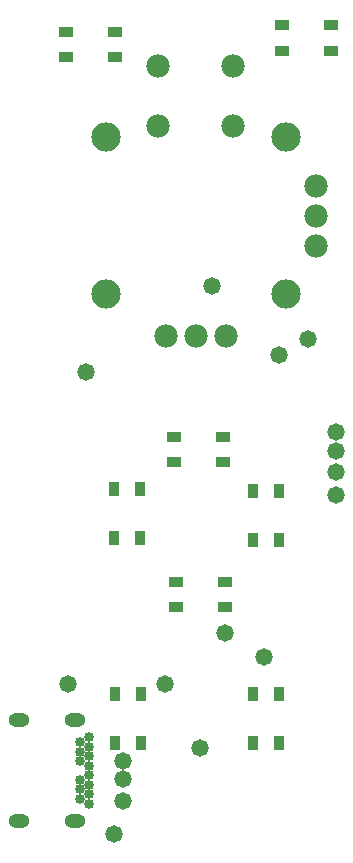
<source format=gbs>
G04*
G04 #@! TF.GenerationSoftware,Altium Limited,Altium Designer,23.9.2 (47)*
G04*
G04 Layer_Color=16711935*
%FSLAX44Y44*%
%MOMM*%
G71*
G04*
G04 #@! TF.SameCoordinates,5FA424B9-A6D8-4F7E-AE3D-71B40F287457*
G04*
G04*
G04 #@! TF.FilePolarity,Negative*
G04*
G01*
G75*
%ADD40C,1.9812*%
%ADD41C,2.4892*%
%ADD42C,0.8532*%
%ADD43O,1.8032X1.2032*%
%ADD44C,1.4732*%
%ADD56R,1.2500X0.8500*%
%ADD57R,0.8500X1.2500*%
D40*
X481600Y1089660D02*
D03*
X418100D02*
D03*
X481600Y1038860D02*
D03*
X418100D02*
D03*
X475250Y861060D02*
D03*
X449850D02*
D03*
X424450D02*
D03*
X551450Y988060D02*
D03*
Y962660D02*
D03*
Y937260D02*
D03*
D41*
X526050Y1029335D02*
D03*
Y895985D02*
D03*
X373650D02*
D03*
Y1029335D02*
D03*
D42*
X359098Y488960D02*
D03*
X352097Y484960D02*
D03*
X359098Y480960D02*
D03*
Y472960D02*
D03*
Y464960D02*
D03*
X352098Y476960D02*
D03*
Y468960D02*
D03*
Y516960D02*
D03*
Y508960D02*
D03*
X359098Y520960D02*
D03*
Y512960D02*
D03*
Y504960D02*
D03*
X352098Y500960D02*
D03*
X359098Y496960D02*
D03*
D43*
X347598Y450260D02*
D03*
Y535660D02*
D03*
X300297Y535660D02*
D03*
Y450260D02*
D03*
D44*
X568960Y745490D02*
D03*
Y726440D02*
D03*
X474980Y609600D02*
D03*
X568960Y763270D02*
D03*
Y779780D02*
D03*
X520700Y844550D02*
D03*
X544830Y858520D02*
D03*
X463550Y902970D02*
D03*
X356870Y830580D02*
D03*
X381000Y439420D02*
D03*
X388620Y467360D02*
D03*
X453390Y511810D02*
D03*
X508000Y589280D02*
D03*
X341630Y566420D02*
D03*
X424180D02*
D03*
X388620Y485450D02*
D03*
Y500690D02*
D03*
D56*
X564740Y1123950D02*
D03*
X523240D02*
D03*
X564740Y1102450D02*
D03*
X523240D02*
D03*
X381430Y1118190D02*
D03*
X339930D02*
D03*
X381430Y1096690D02*
D03*
X339930D02*
D03*
X472870Y775290D02*
D03*
X431370D02*
D03*
X472870Y753790D02*
D03*
X431370D02*
D03*
X433480Y631190D02*
D03*
X474980D02*
D03*
X433480Y652690D02*
D03*
X474980Y652690D02*
D03*
D57*
X520020Y687910D02*
D03*
Y729410D02*
D03*
X498520Y687910D02*
D03*
Y729410D02*
D03*
X381000Y731520D02*
D03*
Y690020D02*
D03*
X402500Y731520D02*
D03*
Y690020D02*
D03*
X520020Y516460D02*
D03*
Y557960D02*
D03*
X498520Y516460D02*
D03*
Y557960D02*
D03*
X381680D02*
D03*
Y516460D02*
D03*
X403180Y557960D02*
D03*
Y516460D02*
D03*
M02*

</source>
